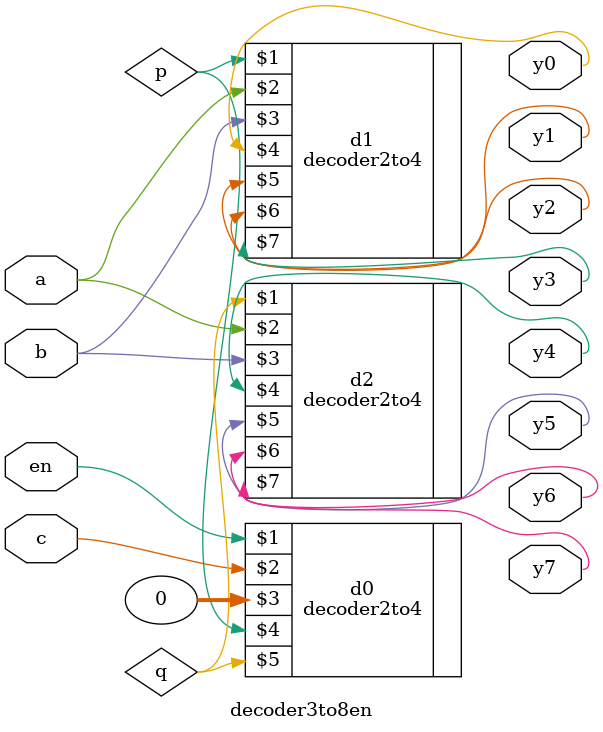
<source format=v>
`timescale 1ns / 1ps


module decoder3to8en(
    input a,
    input b,
    input c,
    input en,
    output y0,y1,y2,y3,y4,y5,y6,y7
    );
wire p,q;
decoder2to4 d0 (en,c,0,p,q);    
decoder2to4 d1 (p,a,b,y0,y1,y2,y3);   
decoder2to4 d2 (q,a,b,y4,y5,y6,y7); 
    
endmodule

</source>
